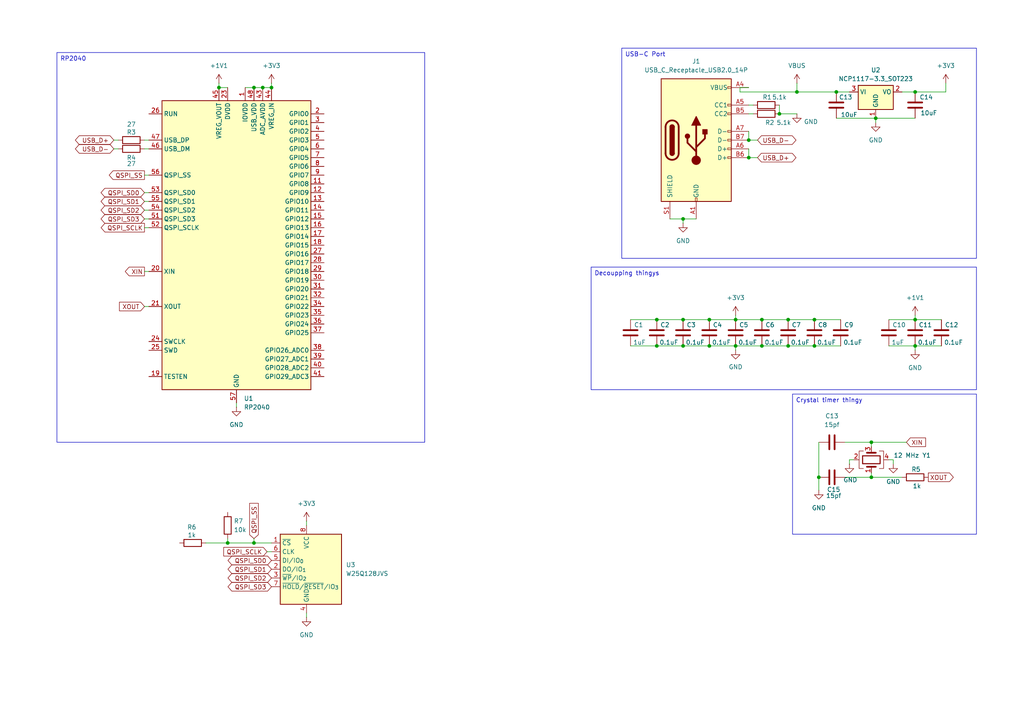
<source format=kicad_sch>
(kicad_sch (version 20250114) (generator "eeschema") (generator_version "9.0")
  (paper "A4")
  (lib_symbols
    (symbol "Connector:USB_C_Receptacle_USB2.0_14P" (pin_names (offset 1.016))
      (property "Reference" "J" (at 0 22.225 0))
      (property "Value" "USB_C_Receptacle_USB2.0_14P" (at 0 19.685 0))
      (symbol "USB_C_Receptacle_USB2.0_14P_0_0"
        (rectangle (start -0.254 -17.78) (end 0.254 -16.764))
        (rectangle (start 10.16 15.494) (end 9.144 14.986))
        (rectangle (start 10.16 10.414) (end 9.144 9.906))
        (rectangle (start 10.16 7.874) (end 9.144 7.366))
        (rectangle (start 10.16 2.794) (end 9.144 2.286))
        (rectangle (start 10.16 0.254) (end 9.144 -0.254))
        (rectangle (start 10.16 -2.286) (end 9.144 -2.794))
        (rectangle (start 10.16 -4.826) (end 9.144 -5.334))
      )
      (symbol "USB_C_Receptacle_USB2.0_14P_0_1"
        (rectangle (start -10.16 17.78) (end 10.16 -17.78) (stroke (width 0.254)) (fill (type background)))
        (polyline (pts (xy -8.89 -3.81) (xy -8.89 3.81)) (stroke (width 0.508)))
        (rectangle (start -7.62 -3.81) (end -6.35 3.81) (stroke (width 0.254)) (fill (type outline)))
        (arc (start -7.62 3.81) (mid -6.985 4.4423) (end -6.35 3.81) (stroke (width 0.254)))
        (arc (start -7.62 3.81) (mid -6.985 4.4423) (end -6.35 3.81) (stroke (width 0.254)) (fill (type outline)))
        (arc (start -8.89 3.81) (mid -6.985 5.7067) (end -5.08 3.81) (stroke (width 0.508)))
        (arc (start -5.08 -3.81) (mid -6.985 -5.7067) (end -8.89 -3.81) (stroke (width 0.508)))
        (arc (start -6.35 -3.81) (mid -6.985 -4.4423) (end -7.62 -3.81) (stroke (width 0.254)))
        (arc (start -6.35 -3.81) (mid -6.985 -4.4423) (end -7.62 -3.81) (stroke (width 0.254)) (fill (type outline)))
        (polyline (pts (xy -5.08 3.81) (xy -5.08 -3.81)) (stroke (width 0.508)))
        (circle (center -2.54 1.143) (radius 0.635) (stroke (width 0.254)) (fill (type outline)))
        (polyline (pts (xy -1.27 4.318) (xy 0 6.858) (xy 1.27 4.318) (xy -1.27 4.318)) (stroke (width 0.254)) (fill (type outline)))
        (polyline (pts (xy 0 -2.032) (xy 2.54 0.508) (xy 2.54 1.778)) (stroke (width 0.508)))
        (polyline (pts (xy 0 -3.302) (xy -2.54 -0.762) (xy -2.54 0.508)) (stroke (width 0.508)))
        (polyline (pts (xy 0 -5.842) (xy 0 4.318)) (stroke (width 0.508)))
        (circle (center 0 -5.842) (radius 1.27) (fill (type outline)))
        (rectangle (start 1.905 1.778) (end 3.175 3.048) (stroke (width 0.254)) (fill (type outline)))
      )
      (symbol "USB_C_Receptacle_USB2.0_14P_1_1"
        (pin passive line (at -7.62 -22.86 90) (length 5.08) (name "SHIELD") (number "S1"))
        (pin passive line (at 0 -22.86 90) (length 5.08) (name "GND") (number "A1"))
        (pin passive line (at 0 -22.86 90) (length 5.08) (hide yes) (name "GND") (number "A12"))
        (pin passive line (at 0 -22.86 90) (length 5.08) (hide yes) (name "GND") (number "B1"))
        (pin passive line (at 0 -22.86 90) (length 5.08) (hide yes) (name "GND") (number "B12"))
        (pin passive line (at 15.24 15.24 180) (length 5.08) (name "VBUS") (number "A4"))
        (pin passive line (at 15.24 15.24 180) (length 5.08) (hide yes) (name "VBUS") (number "A9"))
        (pin passive line (at 15.24 15.24 180) (length 5.08) (hide yes) (name "VBUS") (number "B4"))
        (pin passive line (at 15.24 15.24 180) (length 5.08) (hide yes) (name "VBUS") (number "B9"))
        (pin bidirectional line (at 15.24 10.16 180) (length 5.08) (name "CC1") (number "A5"))
        (pin bidirectional line (at 15.24 7.62 180) (length 5.08) (name "CC2") (number "B5"))
        (pin bidirectional line (at 15.24 2.54 180) (length 5.08) (name "D-") (number "A7"))
        (pin bidirectional line (at 15.24 0 180) (length 5.08) (name "D-") (number "B7"))
        (pin bidirectional line (at 15.24 -2.54 180) (length 5.08) (name "D+") (number "A6"))
        (pin bidirectional line (at 15.24 -5.08 180) (length 5.08) (name "D+") (number "B6"))
      )
    )
    (symbol "Device:C" (pin_numbers (hide yes)) (pin_names (offset 0.254))
      (property "Reference" "C" (at 0.635 2.54 0))
      (property "Value" "C" (at 0.635 -2.54 0))
      (symbol "C_0_1"
        (polyline (pts (xy -2.032 0.762) (xy 2.032 0.762)) (stroke (width 0.508)))
        (polyline (pts (xy -2.032 -0.762) (xy 2.032 -0.762)) (stroke (width 0.508)))
      )
      (symbol "C_1_1"
        (pin passive line (at 0 3.81 270) (length 2.794) (name "~") (number "1"))
        (pin passive line (at 0 -3.81 90) (length 2.794) (name "~") (number "2"))
      )
    )
    (symbol "Device:Crystal_GND24" (pin_names (offset 1.016) (hide yes))
      (property "Reference" "Y" (at 3.175 5.08 0))
      (property "Value" "Crystal_GND24" (at 3.175 3.175 0))
      (symbol "Crystal_GND24_0_1"
        (polyline (pts (xy -2.54 2.286) (xy -2.54 3.556) (xy 2.54 3.556) (xy 2.54 2.286)))
        (polyline (pts (xy -2.54 0) (xy -2.032 0)))
        (polyline (pts (xy -2.54 -2.286) (xy -2.54 -3.556) (xy 2.54 -3.556) (xy 2.54 -2.286)))
        (polyline (pts (xy -2.032 -1.27) (xy -2.032 1.27)) (stroke (width 0.508)))
        (rectangle (start -1.143 2.54) (end 1.143 -2.54) (stroke (width 0.3048)))
        (polyline (pts (xy 0 3.556) (xy 0 3.81)))
        (polyline (pts (xy 0 -3.81) (xy 0 -3.556)))
        (polyline (pts (xy 2.032 0) (xy 2.54 0)))
        (polyline (pts (xy 2.032 -1.27) (xy 2.032 1.27)) (stroke (width 0.508)))
      )
      (symbol "Crystal_GND24_1_1"
        (pin passive line (at -3.81 0 0) (length 1.27) (name "1") (number "1"))
        (pin passive line (at 0 5.08 270) (length 1.27) (name "2") (number "2"))
        (pin passive line (at 0 -5.08 90) (length 1.27) (name "4") (number "4"))
        (pin passive line (at 3.81 0 180) (length 1.27) (name "3") (number "3"))
      )
    )
    (symbol "Device:R" (pin_numbers (hide yes)) (pin_names (offset 0))
      (property "Reference" "R" (at 2.032 0 90))
      (property "Value" "R" (at 0 0 90))
      (symbol "R_0_1"
        (rectangle (start -1.016 -2.54) (end 1.016 2.54) (stroke (width 0.254)))
      )
      (symbol "R_1_1"
        (pin passive line (at 0 3.81 270) (length 1.27) (name "~") (number "1"))
        (pin passive line (at 0 -3.81 90) (length 1.27) (name "~") (number "2"))
      )
    )
    (symbol "MCU_RaspberryPi:RP2040"
      (property "Reference" "U" (at 17.78 45.72 0))
      (property "Value" "RP2040" (at 17.78 43.18 0))
      (symbol "RP2040_0_1"
        (rectangle (start -21.59 41.91) (end 21.59 -41.91) (stroke (width 0.254)) (fill (type background)))
      )
      (symbol "RP2040_1_1"
        (pin input line (at -25.4 38.1 0) (length 3.81) (name "RUN") (number "26"))
        (pin bidirectional line (at -25.4 30.48 0) (length 3.81) (name "USB_DP") (number "47"))
        (pin bidirectional line (at -25.4 27.94 0) (length 3.81) (name "USB_DM") (number "46"))
        (pin bidirectional line (at -25.4 20.32 0) (length 3.81) (name "QSPI_SS") (number "56"))
        (pin bidirectional line (at -25.4 15.24 0) (length 3.81) (name "QSPI_SD0") (number "53"))
        (pin bidirectional line (at -25.4 12.7 0) (length 3.81) (name "QSPI_SD1") (number "55"))
        (pin bidirectional line (at -25.4 10.16 0) (length 3.81) (name "QSPI_SD2") (number "54"))
        (pin bidirectional line (at -25.4 7.62 0) (length 3.81) (name "QSPI_SD3") (number "51"))
        (pin output line (at -25.4 5.08 0) (length 3.81) (name "QSPI_SCLK") (number "52"))
        (pin input line (at -25.4 -7.62 0) (length 3.81) (name "XIN") (number "20"))
        (pin passive line (at -25.4 -17.78 0) (length 3.81) (name "XOUT") (number "21"))
        (pin input line (at -25.4 -27.94 0) (length 3.81) (name "SWCLK") (number "24"))
        (pin bidirectional line (at -25.4 -30.48 0) (length 3.81) (name "SWD") (number "25"))
        (pin input line (at -25.4 -38.1 0) (length 3.81) (name "TESTEN") (number "19"))
        (pin power_out line (at -5.08 45.72 270) (length 3.81) (name "VREG_VOUT") (number "45"))
        (pin power_in line (at -2.54 45.72 270) (length 3.81) (name "DVDD") (number "23"))
        (pin passive line (at -2.54 45.72 270) (length 3.81) (hide yes) (name "DVDD") (number "50"))
        (pin power_in line (at 0 -45.72 90) (length 3.81) (name "GND") (number "57"))
        (pin power_in line (at 2.54 45.72 270) (length 3.81) (name "IOVDD") (number "1"))
        (pin passive line (at 2.54 45.72 270) (length 3.81) (hide yes) (name "IOVDD") (number "10"))
        (pin passive line (at 2.54 45.72 270) (length 3.81) (hide yes) (name "IOVDD") (number "22"))
        (pin passive line (at 2.54 45.72 270) (length 3.81) (hide yes) (name "IOVDD") (number "33"))
        (pin passive line (at 2.54 45.72 270) (length 3.81) (hide yes) (name "IOVDD") (number "42"))
        (pin passive line (at 2.54 45.72 270) (length 3.81) (hide yes) (name "IOVDD") (number "49"))
        (pin power_in line (at 5.08 45.72 270) (length 3.81) (name "USB_VDD") (number "48"))
        (pin power_in line (at 7.62 45.72 270) (length 3.81) (name "ADC_AVDD") (number "43"))
        (pin power_in line (at 10.16 45.72 270) (length 3.81) (name "VREG_IN") (number "44"))
        (pin bidirectional line (at 25.4 38.1 180) (length 3.81) (name "GPIO0") (number "2"))
        (pin bidirectional line (at 25.4 35.56 180) (length 3.81) (name "GPIO1") (number "3"))
        (pin bidirectional line (at 25.4 33.02 180) (length 3.81) (name "GPIO2") (number "4"))
        (pin bidirectional line (at 25.4 30.48 180) (length 3.81) (name "GPIO3") (number "5"))
        (pin bidirectional line (at 25.4 27.94 180) (length 3.81) (name "GPIO4") (number "6"))
        (pin bidirectional line (at 25.4 25.4 180) (length 3.81) (name "GPIO5") (number "7"))
        (pin bidirectional line (at 25.4 22.86 180) (length 3.81) (name "GPIO6") (number "8"))
        (pin bidirectional line (at 25.4 20.32 180) (length 3.81) (name "GPIO7") (number "9"))
        (pin bidirectional line (at 25.4 17.78 180) (length 3.81) (name "GPIO8") (number "11"))
        (pin bidirectional line (at 25.4 15.24 180) (length 3.81) (name "GPIO9") (number "12"))
        (pin bidirectional line (at 25.4 12.7 180) (length 3.81) (name "GPIO10") (number "13"))
        (pin bidirectional line (at 25.4 10.16 180) (length 3.81) (name "GPIO11") (number "14"))
        (pin bidirectional line (at 25.4 7.62 180) (length 3.81) (name "GPIO12") (number "15"))
        (pin bidirectional line (at 25.4 5.08 180) (length 3.81) (name "GPIO13") (number "16"))
        (pin bidirectional line (at 25.4 2.54 180) (length 3.81) (name "GPIO14") (number "17"))
        (pin bidirectional line (at 25.4 0 180) (length 3.81) (name "GPIO15") (number "18"))
        (pin bidirectional line (at 25.4 -2.54 180) (length 3.81) (name "GPIO16") (number "27"))
        (pin bidirectional line (at 25.4 -5.08 180) (length 3.81) (name "GPIO17") (number "28"))
        (pin bidirectional line (at 25.4 -7.62 180) (length 3.81) (name "GPIO18") (number "29"))
        (pin bidirectional line (at 25.4 -10.16 180) (length 3.81) (name "GPIO19") (number "30"))
        (pin bidirectional line (at 25.4 -12.7 180) (length 3.81) (name "GPIO20") (number "31"))
        (pin bidirectional line (at 25.4 -15.24 180) (length 3.81) (name "GPIO21") (number "32"))
        (pin bidirectional line (at 25.4 -17.78 180) (length 3.81) (name "GPIO22") (number "34"))
        (pin bidirectional line (at 25.4 -20.32 180) (length 3.81) (name "GPIO23") (number "35"))
        (pin bidirectional line (at 25.4 -22.86 180) (length 3.81) (name "GPIO24") (number "36"))
        (pin bidirectional line (at 25.4 -25.4 180) (length 3.81) (name "GPIO25") (number "37"))
        (pin bidirectional line (at 25.4 -30.48 180) (length 3.81) (name "GPIO26_ADC0") (number "38"))
        (pin bidirectional line (at 25.4 -33.02 180) (length 3.81) (name "GPIO27_ADC1") (number "39"))
        (pin bidirectional line (at 25.4 -35.56 180) (length 3.81) (name "GPIO28_ADC2") (number "40"))
        (pin bidirectional line (at 25.4 -38.1 180) (length 3.81) (name "GPIO29_ADC3") (number "41"))
      )
    )
    (symbol "Memory_Flash:W25Q128JVS"
      (property "Reference" "U" (at -6.35 11.43 0))
      (property "Value" "W25Q128JVS" (at 7.62 11.43 0))
      (symbol "W25Q128JVS_0_1"
        (rectangle (start -7.62 10.16) (end 10.16 -10.16) (stroke (width 0.254)) (fill (type background)))
      )
      (symbol "W25Q128JVS_1_1"
        (pin input line (at -10.16 7.62 0) (length 2.54) (name "~{CS}") (number "1"))
        (pin input line (at -10.16 5.08 0) (length 2.54) (name "CLK") (number "6"))
        (pin bidirectional line (at -10.16 2.54 0) (length 2.54) (name "DI/IO_{0}") (number "5"))
        (pin bidirectional line (at -10.16 0 0) (length 2.54) (name "DO/IO_{1}") (number "2"))
        (pin bidirectional line (at -10.16 -2.54 0) (length 2.54) (name "~{WP}/IO_{2}") (number "3"))
        (pin bidirectional line (at -10.16 -5.08 0) (length 2.54) (name "~{HOLD}/~{RESET}/IO_{3}") (number "7"))
        (pin power_in line (at 0 12.7 270) (length 2.54) (name "VCC") (number "8"))
        (pin power_in line (at 0 -12.7 90) (length 2.54) (name "GND") (number "4"))
      )
    )
    (symbol "Regulator_Linear:NCP1117-3.3_SOT223"
      (property "Reference" "U" (at -3.81 3.175 0))
      (property "Value" "NCP1117-3.3_SOT223" (at 0 3.175 0))
      (symbol "NCP1117-3.3_SOT223_0_1"
        (rectangle (start -5.08 -5.08) (end 5.08 1.905) (stroke (width 0.254)) (fill (type background)))
      )
      (symbol "NCP1117-3.3_SOT223_1_1"
        (pin power_in line (at -7.62 0 0) (length 2.54) (name "VI") (number "3"))
        (pin power_in line (at 0 -7.62 90) (length 2.54) (name "GND") (number "1"))
        (pin power_out line (at 7.62 0 180) (length 2.54) (name "VO") (number "2"))
      )
    )
    (symbol "power:+1V1" (power) (pin_numbers (hide yes)) (pin_names (offset 0) (hide yes))
      (property "Value" "+1V1" (at 0 3.556 0))
      (symbol "+1V1_0_1"
        (polyline (pts (xy -0.762 1.27) (xy 0 2.54)))
        (polyline (pts (xy 0 2.54) (xy 0.762 1.27)))
        (polyline (pts (xy 0 0) (xy 0 2.54)))
      )
      (symbol "+1V1_1_1"
        (pin power_in line (at 0 0 90) (length 0) (name "~") (number "1"))
      )
    )
    (symbol "power:+3V3" (power) (pin_numbers (hide yes)) (pin_names (offset 0) (hide yes))
      (property "Value" "+3V3" (at 0 3.556 0))
      (symbol "+3V3_0_1"
        (polyline (pts (xy -0.762 1.27) (xy 0 2.54)))
        (polyline (pts (xy 0 2.54) (xy 0.762 1.27)))
        (polyline (pts (xy 0 0) (xy 0 2.54)))
      )
      (symbol "+3V3_1_1"
        (pin power_in line (at 0 0 90) (length 0) (name "~") (number "1"))
      )
    )
    (symbol "power:GND" (power) (pin_numbers (hide yes)) (pin_names (offset 0) (hide yes))
      (property "Value" "GND" (at 0 -3.81 0))
      (symbol "GND_0_1"
        (polyline (pts (xy 0 0) (xy 0 -1.27) (xy 1.27 -1.27) (xy 0 -2.54) (xy -1.27 -1.27) (xy 0 -1.27)))
      )
      (symbol "GND_1_1"
        (pin power_in line (at 0 0 270) (length 0) (name "~") (number "1"))
      )
    )
    (symbol "power:VBUS" (power) (pin_numbers (hide yes)) (pin_names (offset 0) (hide yes))
      (property "Value" "VBUS" (at 0 3.556 0))
      (symbol "VBUS_0_1"
        (polyline (pts (xy -0.762 1.27) (xy 0 2.54)))
        (polyline (pts (xy 0 2.54) (xy 0.762 1.27)))
        (polyline (pts (xy 0 0) (xy 0 2.54)))
      )
      (symbol "VBUS_1_1"
        (pin power_in line (at 0 0 90) (length 0) (name "~") (number "1"))
      )
    )
  )
  (text_box "RP2040" (at 16.51 15.24 0) (size 106.68 113.03) (margins 0.9525 0.9525 0.9525 0.9525) (effects (font (size 1.27 1.27)) (justify left top)))
  (text_box "USB-C Port" (at 180.34 13.97 0) (size 102.87 60.96) (margins 0.9525 0.9525 0.9525 0.9525) (effects (font (size 1.27 1.27)) (justify left top)))
  (text_box "Crystal timer thingy" (at 229.87 114.3 0) (size 53.34 40.64) (margins 0.9525 0.9525 0.9525 0.9525) (effects (font (size 1.27 1.27)) (justify left top)))
  (text_box "Decoupping thingys" (at 171.45 77.47 0) (size 111.76 35.56) (margins 0.9525 0.9525 0.9525 0.9525) (effects (font (size 1.27 1.27)) (justify left top)))
  (junction (at 198.12 100.33))
  (junction (at 220.98 92.71))
  (junction (at 205.74 100.33))
  (junction (at 190.5 100.33))
  (junction (at 236.22 100.33))
  (junction (at 217.17 45.72))
  (junction (at 228.6 92.71))
  (junction (at 78.74 25.4))
  (junction (at 73.66 157.48))
  (junction (at 226.06 33.02))
  (junction (at 252.73 128.27))
  (junction (at 265.43 100.33))
  (junction (at 76.2 25.4))
  (junction (at 231.14 26.67))
  (junction (at 190.5 92.71))
  (junction (at 254 34.29))
  (junction (at 217.17 40.64))
  (junction (at 265.43 26.67))
  (junction (at 198.12 63.5))
  (junction (at 63.5 25.4))
  (junction (at 73.66 25.4))
  (junction (at 213.36 92.71))
  (junction (at 228.6 100.33))
  (junction (at 213.36 100.33))
  (junction (at 220.98 100.33))
  (junction (at 66.04 157.48))
  (junction (at 205.74 92.71))
  (junction (at 236.22 92.71))
  (junction (at 252.73 138.43))
  (junction (at 242.57 26.67))
  (junction (at 198.12 92.71))
  (junction (at 265.43 92.71))
  (junction (at 237.49 138.43))
  (wire (pts (xy 217.17 45.72) (xy 219.71 45.72)))
  (wire (pts (xy 265.43 91.44) (xy 265.43 92.71)))
  (wire (pts (xy 88.9 177.8) (xy 88.9 179.07)))
  (wire (pts (xy 252.73 138.43) (xy 252.73 137.16)))
  (wire (pts (xy 237.49 138.43) (xy 237.49 142.24)))
  (wire (pts (xy 246.38 133.35) (xy 246.38 134.62)))
  (wire (pts (xy 265.43 26.67) (xy 274.32 26.67)))
  (wire (pts (xy 245.11 128.27) (xy 252.73 128.27)))
  (wire (pts (xy 41.91 78.74) (xy 43.18 78.74)))
  (wire (pts (xy 217.17 38.1) (xy 217.17 40.64)))
  (wire (pts (xy 265.43 101.6) (xy 265.43 100.33)))
  (wire (pts (xy 213.36 91.44) (xy 213.36 92.71)))
  (wire (pts (xy 68.58 118.11) (xy 68.58 116.84)))
  (wire (pts (xy 63.5 25.4) (xy 66.04 25.4)))
  (wire (pts (xy 78.74 24.13) (xy 78.74 25.4)))
  (wire (pts (xy 73.66 157.48) (xy 78.74 157.48)))
  (wire (pts (xy 41.91 63.5) (xy 43.18 63.5)))
  (wire (pts (xy 213.36 92.71) (xy 220.98 92.71)))
  (wire (pts (xy 41.91 55.88) (xy 43.18 55.88)))
  (wire (pts (xy 63.5 24.13) (xy 63.5 25.4)))
  (wire (pts (xy 190.5 100.33) (xy 198.12 100.33)))
  (wire (pts (xy 41.91 58.42) (xy 43.18 58.42)))
  (wire (pts (xy 220.98 100.33) (xy 228.6 100.33)))
  (wire (pts (xy 41.91 40.64) (xy 43.18 40.64)))
  (wire (pts (xy 66.04 157.48) (xy 73.66 157.48)))
  (wire (pts (xy 41.91 66.04) (xy 43.18 66.04)))
  (wire (pts (xy 213.36 100.33) (xy 220.98 100.33)))
  (wire (pts (xy 247.65 133.35) (xy 246.38 133.35)))
  (wire (pts (xy 231.14 26.67) (xy 242.57 26.67)))
  (wire (pts (xy 274.32 24.13) (xy 274.32 26.67)))
  (wire (pts (xy 254 35.56) (xy 254 34.29)))
  (wire (pts (xy 228.6 100.33) (xy 236.22 100.33)))
  (wire (pts (xy 245.11 138.43) (xy 252.73 138.43)))
  (wire (pts (xy 226.06 30.48) (xy 226.06 33.02)))
  (wire (pts (xy 265.43 100.33) (xy 273.05 100.33)))
  (wire (pts (xy 214.63 25.4) (xy 214.63 26.67)))
  (wire (pts (xy 41.91 50.8) (xy 43.18 50.8)))
  (wire (pts (xy 182.88 100.33) (xy 190.5 100.33)))
  (wire (pts (xy 190.5 92.71) (xy 198.12 92.71)))
  (wire (pts (xy 231.14 24.13) (xy 231.14 26.67)))
  (wire (pts (xy 218.44 30.48) (xy 217.17 30.48)))
  (wire (pts (xy 265.43 92.71) (xy 273.05 92.71)))
  (wire (pts (xy 41.91 88.9) (xy 43.18 88.9)))
  (wire (pts (xy 41.91 43.18) (xy 43.18 43.18)))
  (wire (pts (xy 198.12 100.33) (xy 205.74 100.33)))
  (wire (pts (xy 236.22 100.33) (xy 243.84 100.33)))
  (wire (pts (xy 76.2 25.4) (xy 78.74 25.4)))
  (wire (pts (xy 198.12 63.5) (xy 201.93 63.5)))
  (wire (pts (xy 237.49 128.27) (xy 237.49 138.43)))
  (wire (pts (xy 257.81 92.71) (xy 265.43 92.71)))
  (wire (pts (xy 198.12 63.5) (xy 198.12 64.77)))
  (wire (pts (xy 220.98 92.71) (xy 228.6 92.71)))
  (wire (pts (xy 217.17 25.4) (xy 214.63 25.4)))
  (wire (pts (xy 252.73 138.43) (xy 261.62 138.43)))
  (wire (pts (xy 213.36 101.6) (xy 213.36 100.33)))
  (wire (pts (xy 257.81 100.33) (xy 265.43 100.33)))
  (wire (pts (xy 261.62 26.67) (xy 265.43 26.67)))
  (wire (pts (xy 217.17 40.64) (xy 219.71 40.64)))
  (wire (pts (xy 254 34.29) (xy 265.43 34.29)))
  (wire (pts (xy 242.57 34.29) (xy 254 34.29)))
  (wire (pts (xy 182.88 92.71) (xy 190.5 92.71)))
  (wire (pts (xy 252.73 128.27) (xy 262.89 128.27)))
  (wire (pts (xy 218.44 33.02) (xy 217.17 33.02)))
  (wire (pts (xy 214.63 26.67) (xy 231.14 26.67)))
  (wire (pts (xy 33.02 43.18) (xy 34.29 43.18)))
  (wire (pts (xy 252.73 128.27) (xy 252.73 129.54)))
  (wire (pts (xy 33.02 40.64) (xy 34.29 40.64)))
  (wire (pts (xy 194.31 63.5) (xy 198.12 63.5)))
  (wire (pts (xy 236.22 92.71) (xy 243.84 92.71)))
  (wire (pts (xy 73.66 25.4) (xy 76.2 25.4)))
  (wire (pts (xy 217.17 43.18) (xy 217.17 45.72)))
  (wire (pts (xy 88.9 151.13) (xy 88.9 152.4)))
  (wire (pts (xy 257.81 133.35) (xy 259.08 133.35)))
  (wire (pts (xy 66.04 156.21) (xy 66.04 157.48)))
  (wire (pts (xy 77.47 160.02) (xy 78.74 160.02)))
  (wire (pts (xy 226.06 33.02) (xy 231.14 33.02)))
  (wire (pts (xy 205.74 100.33) (xy 213.36 100.33)))
  (wire (pts (xy 242.57 26.67) (xy 246.38 26.67)))
  (wire (pts (xy 71.12 25.4) (xy 73.66 25.4)))
  (wire (pts (xy 205.74 92.71) (xy 213.36 92.71)))
  (wire (pts (xy 198.12 92.71) (xy 205.74 92.71)))
  (wire (pts (xy 41.91 60.96) (xy 43.18 60.96)))
  (wire (pts (xy 59.69 157.48) (xy 66.04 157.48)))
  (wire (pts (xy 228.6 92.71) (xy 236.22 92.71)))
  (wire (pts (xy 73.66 156.21) (xy 73.66 157.48)))
  (wire (pts (xy 259.08 133.35) (xy 259.08 134.62)))
  (global_label "XOUT" (shape output) (at 269.24 138.43 0) (property "Intersheetrefs" "${INTERSHEET_REFS}" (effects (hide yes))))
  (global_label "USB_D-" (shape bidirectional) (at 219.71 40.64 0) (property "Intersheetrefs" "${INTERSHEET_REFS}" (effects (hide yes))))
  (global_label "QSPI_SCLK" (shape output) (at 41.91 66.04 180) (property "Intersheetrefs" "${INTERSHEET_REFS}" (effects (hide yes))))
  (global_label "QSPI_SD0" (shape bidirectional) (at 78.74 162.56 180) (property "Intersheetrefs" "${INTERSHEET_REFS}" (effects (hide yes))))
  (global_label "USB_D+" (shape bidirectional) (at 33.02 40.64 180) (property "Intersheetrefs" "${INTERSHEET_REFS}" (effects (hide yes))))
  (global_label "QSPI_SD2" (shape bidirectional) (at 41.91 60.96 180) (property "Intersheetrefs" "${INTERSHEET_REFS}" (effects (hide yes))))
  (global_label "QSPI_SD1" (shape bidirectional) (at 78.74 165.1 180) (property "Intersheetrefs" "${INTERSHEET_REFS}" (effects (hide yes))))
  (global_label "QSPI_SD0" (shape bidirectional) (at 41.91 55.88 180) (property "Intersheetrefs" "${INTERSHEET_REFS}" (effects (hide yes))))
  (global_label "XIN" (shape input) (at 262.89 128.27 0) (property "Intersheetrefs" "${INTERSHEET_REFS}" (effects (hide yes))))
  (global_label "QSPI_SD2" (shape bidirectional) (at 78.74 167.64 180) (property "Intersheetrefs" "${INTERSHEET_REFS}" (effects (hide yes))))
  (global_label "USB_D+" (shape bidirectional) (at 219.71 45.72 0) (property "Intersheetrefs" "${INTERSHEET_REFS}" (effects (hide yes))))
  (global_label "QSPI_SD1" (shape bidirectional) (at 41.91 58.42 180) (property "Intersheetrefs" "${INTERSHEET_REFS}" (effects (hide yes))))
  (global_label "XOUT" (shape input) (at 41.91 88.9 180) (property "Intersheetrefs" "${INTERSHEET_REFS}" (effects (hide yes))))
  (global_label "QSPI_SCLK" (shape input) (at 77.47 160.02 180) (property "Intersheetrefs" "${INTERSHEET_REFS}" (effects (hide yes))))
  (global_label "XIN" (shape output) (at 41.91 78.74 180) (property "Intersheetrefs" "${INTERSHEET_REFS}" (effects (hide yes))))
  (global_label "QSPI_SD3" (shape bidirectional) (at 41.91 63.5 180) (property "Intersheetrefs" "${INTERSHEET_REFS}" (effects (hide yes))))
  (global_label "QSPI_SS" (shape input) (at 73.66 156.21 90) (property "Intersheetrefs" "${INTERSHEET_REFS}" (effects (hide yes))))
  (global_label "QSPI_SD3" (shape bidirectional) (at 78.74 170.18 180) (property "Intersheetrefs" "${INTERSHEET_REFS}" (effects (hide yes))))
  (global_label "QSPI_SS" (shape output) (at 41.91 50.8 180) (property "Intersheetrefs" "${INTERSHEET_REFS}" (effects (hide yes))))
  (global_label "USB_D-" (shape bidirectional) (at 33.02 43.18 180) (property "Intersheetrefs" "${INTERSHEET_REFS}" (effects (hide yes))))
  (symbol (lib_id "Device:C") (at 205.74 96.52 0) (unit 1)
    (property "Reference" "C4" (at 206.756 94.234 0) (effects (justify left)))
    (property "Value" "0.1uF" (at 206.502 99.314 0) (effects (justify left)))
    (property "Description" "Unpolarized capacitor" (effects (hide yes)))
  )
  (symbol (lib_id "Device:C") (at 228.6 96.52 0) (unit 1)
    (property "Reference" "C7" (at 229.616 94.234 0) (effects (justify left)))
    (property "Value" "0.1uF" (at 229.362 99.314 0) (effects (justify left)))
    (property "Description" "Unpolarized capacitor" (effects (hide yes)))
  )
  (symbol (lib_id "power:GND") (at 68.58 118.11 0) (unit 1)
    (property "Reference" "#PWR07" (effects (hide yes)))
    (property "Value" "GND" (at 68.58 123.19 0))
    (property "Description" "Power symbol creates a global label with name \"GND\" , ground" (effects (hide yes)))
  )
  (symbol (lib_id "power:GND") (at 259.08 134.62 0) (unit 1)
    (property "Reference" "#PWR015" (effects (hide yes)))
    (property "Value" "GND" (at 259.08 139.7 0))
    (property "Description" "Power symbol creates a global label with name \"GND\" , ground" (effects (hide yes)))
  )
  (symbol (lib_id "power:GND") (at 246.38 134.62 0) (unit 1)
    (property "Reference" "#PWR013" (effects (hide yes)))
    (property "Value" "GND" (at 246.634 139.192 0))
    (property "Description" "Power symbol creates a global label with name \"GND\" , ground" (effects (hide yes)))
  )
  (symbol (lib_id "Device:C") (at 241.3 138.43 90) (unit 1)
    (property "Reference" "C15" (at 241.808 141.986 90))
    (property "Value" "15pf" (at 241.808 143.764 90))
    (property "Description" "Unpolarized capacitor" (effects (hide yes)))
  )
  (symbol (lib_id "power:VBUS") (at 231.14 24.13 0) (unit 1)
    (property "Reference" "#PWR012" (effects (hide yes)))
    (property "Value" "VBUS" (at 231.14 19.05 0))
    (property "Description" "Power symbol creates a global label with name \"VBUS\"" (effects (hide yes)))
  )
  (symbol (lib_id "Device:C") (at 265.43 96.52 0) (unit 1)
    (property "Reference" "C11" (at 266.446 94.234 0) (effects (justify left)))
    (property "Value" "0.1uF" (at 266.192 99.314 0) (effects (justify left)))
    (property "Description" "Unpolarized capacitor" (effects (hide yes)))
  )
  (symbol (lib_id "power:+3V3") (at 213.36 91.44 0) (unit 1)
    (property "Reference" "#PWR03" (effects (hide yes)))
    (property "Value" "+3V3" (at 213.36 86.36 0))
    (property "Description" "Power symbol creates a global label with name \"+3V3\"" (effects (hide yes)))
  )
  (symbol (lib_id "Device:C") (at 241.3 128.27 90) (unit 1)
    (property "Reference" "C13" (at 241.3 120.65 90))
    (property "Value" "15pf" (at 241.3 123.19 90))
    (property "Description" "Unpolarized capacitor" (effects (hide yes)))
  )
  (symbol (lib_id "Device:C") (at 257.81 96.52 0) (unit 1)
    (property "Reference" "C10" (at 258.826 94.234 0) (effects (justify left)))
    (property "Value" "1uF" (at 258.572 99.314 0) (effects (justify left)))
    (property "Description" "Unpolarized capacitor" (effects (hide yes)))
  )
  (symbol (lib_id "Device:R") (at 38.1 40.64 90) (unit 1)
    (property "Reference" "R3" (at 38.1 38.354 90))
    (property "Value" "27" (at 38.1 36.068 90))
    (property "Description" "Resistor" (effects (hide yes)))
  )
  (symbol (lib_id "Device:C") (at 213.36 96.52 0) (unit 1)
    (property "Reference" "C5" (at 214.376 94.234 0) (effects (justify left)))
    (property "Value" "0.1uF" (at 214.122 99.314 0) (effects (justify left)))
    (property "Description" "Unpolarized capacitor" (effects (hide yes)))
  )
  (symbol (lib_id "power:+3V3") (at 78.74 24.13 0) (unit 1)
    (property "Reference" "#PWR02" (effects (hide yes)))
    (property "Value" "+3V3" (at 78.74 19.05 0))
    (property "Description" "Power symbol creates a global label with name \"+3V3\"" (effects (hide yes)))
  )
  (symbol (lib_id "Device:C") (at 220.98 96.52 0) (unit 1)
    (property "Reference" "C6" (at 221.996 94.234 0) (effects (justify left)))
    (property "Value" "0.1uF" (at 221.742 99.314 0) (effects (justify left)))
    (property "Description" "Unpolarized capacitor" (effects (hide yes)))
  )
  (symbol (lib_id "Device:R") (at 265.43 138.43 90) (unit 1)
    (property "Reference" "R5" (at 265.684 136.144 90))
    (property "Value" "1k" (at 265.938 140.97 90))
    (property "Description" "Resistor" (effects (hide yes)))
  )
  (symbol (lib_id "power:GND") (at 198.12 64.77 0) (unit 1)
    (property "Reference" "#PWR08" (effects (hide yes)))
    (property "Value" "GND" (at 198.12 69.85 0))
    (property "Description" "Power symbol creates a global label with name \"GND\" , ground" (effects (hide yes)))
  )
  (symbol (lib_id "Device:C") (at 273.05 96.52 0) (unit 1)
    (property "Reference" "C12" (at 274.066 94.234 0) (effects (justify left)))
    (property "Value" "0.1uF" (at 273.812 99.314 0) (effects (justify left)))
    (property "Description" "Unpolarized capacitor" (effects (hide yes)))
  )
  (symbol (lib_id "Device:C") (at 243.84 96.52 0) (unit 1)
    (property "Reference" "C9" (at 244.856 94.234 0) (effects (justify left)))
    (property "Value" "0.1uF" (at 244.602 99.314 0) (effects (justify left)))
    (property "Description" "Unpolarized capacitor" (effects (hide yes)))
  )
  (symbol (lib_id "Device:C") (at 236.22 96.52 0) (unit 1)
    (property "Reference" "C8" (at 237.236 94.234 0) (effects (justify left)))
    (property "Value" "0.1uF" (at 236.982 99.314 0) (effects (justify left)))
    (property "Description" "Unpolarized capacitor" (effects (hide yes)))
  )
  (symbol (lib_id "Device:C") (at 265.43 30.48 0) (unit 1)
    (property "Reference" "C14" (at 266.7 28.194 0) (effects (justify left)))
    (property "Value" "10uF" (at 266.954 32.766 0) (effects (justify left)))
    (property "Description" "Unpolarized capacitor" (effects (hide yes)))
  )
  (symbol (lib_id "power:GND") (at 237.49 142.24 0) (unit 1)
    (property "Reference" "#PWR014" (effects (hide yes)))
    (property "Value" "GND" (at 237.49 147.32 0))
    (property "Description" "Power symbol creates a global label with name \"GND\" , ground" (effects (hide yes)))
  )
  (symbol (lib_id "Device:Crystal_GND24") (at 252.73 133.35 90) (unit 1)
    (property "Reference" "Y1" (at 268.732 132.08 90))
    (property "Value" "12 MHz" (at 262.89 132.08 90))
    (property "Description" "Four pin crystal, GND on pins 2 and 4" (effects (hide yes)))
  )
  (symbol (lib_id "power:GND") (at 213.36 101.6 0) (unit 1)
    (property "Reference" "#PWR04" (effects (hide yes)))
    (property "Value" "GND" (at 213.36 106.426 0))
    (property "Description" "Power symbol creates a global label with name \"GND\" , ground" (effects (hide yes)))
  )
  (symbol (lib_id "Device:R") (at 66.04 152.4 0) (unit 1)
    (property "Reference" "R7" (at 67.818 151.13 0) (effects (justify left)))
    (property "Value" "10k" (at 67.818 153.67 0) (effects (justify left)))
    (property "Description" "Resistor" (effects (hide yes)))
  )
  (symbol (lib_id "power:GND") (at 231.14 33.02 0) (unit 1)
    (property "Reference" "#PWR09" (effects (hide yes)))
    (property "Value" "GND" (at 235.204 35.306 0))
    (property "Description" "Power symbol creates a global label with name \"GND\" , ground" (effects (hide yes)))
  )
  (symbol (lib_id "Memory_Flash:W25Q128JVS") (at 88.9 165.1 0) (unit 1)
    (property "Reference" "U3" (at 100.33 163.8299 0) (effects (justify left)))
    (property "Value" "W25Q128JVS" (at 100.33 166.3699 0) (effects (justify left)))
    (property "Footprint" "Package_SO:SOIC-8_5.3x5.3mm_P1.27mm" (effects (hide yes)))
    (property "Datasheet" "https://www.winbond.com/resource-files/w25q128jv_dtr%20revc%2003272018%20plus.pdf" (effects (hide yes)))
    (property "Description" "128Mbit / 16MiB Serial Flash Memory, Standard/Dual/Quad SPI, 2.7-3.6V, SOIC-8" (effects (hide yes)))
  )
  (symbol (lib_id "power:GND") (at 254 35.56 0) (unit 1)
    (property "Reference" "#PWR010" (effects (hide yes)))
    (property "Value" "GND" (at 254 40.64 0))
    (property "Description" "Power symbol creates a global label with name \"GND\" , ground" (effects (hide yes)))
  )
  (symbol (lib_id "Connector:USB_C_Receptacle_USB2.0_14P") (at 201.93 40.64 0) (unit 1)
    (property "Reference" "J1" (at 201.93 17.78 0))
    (property "Value" "USB_C_Receptacle_USB2.0_14P" (at 201.93 20.32 0))
    (property "Datasheet" "https://www.usb.org/sites/default/files/documents/usb_type-c.zip" (effects (hide yes)))
    (property "Description" "USB 2.0-only 14P Type-C Receptacle connector" (effects (hide yes)))
  )
  (symbol (lib_id "power:GND") (at 88.9 179.07 0) (unit 1)
    (property "Reference" "#PWR016" (effects (hide yes)))
    (property "Value" "GND" (at 88.9 184.15 0))
    (property "Description" "Power symbol creates a global label with name \"GND\" , ground" (effects (hide yes)))
  )
  (symbol (lib_id "power:+1V1") (at 265.43 91.44 0) (unit 1)
    (property "Reference" "#PWR06" (effects (hide yes)))
    (property "Value" "+1V1" (at 265.43 86.36 0))
    (property "Description" "Power symbol creates a global label with name \"+1V1\"" (effects (hide yes)))
  )
  (symbol (lib_id "Device:C") (at 198.12 96.52 0) (unit 1)
    (property "Reference" "C3" (at 199.136 94.234 0) (effects (justify left)))
    (property "Value" "0.1uF" (at 198.882 99.314 0) (effects (justify left)))
    (property "Description" "Unpolarized capacitor" (effects (hide yes)))
  )
  (symbol (lib_id "Device:R") (at 222.25 30.48 270) (unit 1)
    (property "Reference" "R1" (at 222.504 28.194 90))
    (property "Value" "5.1k" (at 226.06 28.194 90))
    (property "Description" "Resistor" (effects (hide yes)))
  )
  (symbol (lib_id "power:+3V3") (at 274.32 24.13 0) (unit 1)
    (property "Reference" "#PWR011" (effects (hide yes)))
    (property "Value" "+3V3" (at 274.32 19.05 0))
    (property "Description" "Power symbol creates a global label with name \"+3V3\"" (effects (hide yes)))
  )
  (symbol (lib_id "Device:C") (at 242.57 30.48 0) (unit 1)
    (property "Reference" "10uF" (at 243.84 33.274 0) (effects (justify left)))
    (property "Value" "C13" (at 243.332 28.194 0) (effects (justify left)))
    (property "Description" "Unpolarized capacitor" (effects (hide yes)))
  )
  (symbol (lib_id "power:+1V1") (at 63.5 24.13 0) (unit 1)
    (property "Reference" "#PWR01" (effects (hide yes)))
    (property "Value" "+1V1" (at 63.5 19.05 0))
    (property "Description" "Power symbol creates a global label with name \"+1V1\"" (effects (hide yes)))
  )
  (symbol (lib_id "power:GND") (at 265.43 101.6 0) (unit 1)
    (property "Reference" "#PWR05" (effects (hide yes)))
    (property "Value" "GND" (at 265.43 106.68 0))
    (property "Description" "Power symbol creates a global label with name \"GND\" , ground" (effects (hide yes)))
  )
  (symbol (lib_id "Device:R") (at 55.88 157.48 90) (unit 1)
    (property "Reference" "R6" (at 55.626 152.908 90))
    (property "Value" "1k" (at 55.626 155.194 90))
    (property "Description" "Resistor" (effects (hide yes)))
  )
  (symbol (lib_id "Device:C") (at 182.88 96.52 0) (unit 1)
    (property "Reference" "C1" (at 183.896 94.234 0) (effects (justify left)))
    (property "Value" "1uF" (at 183.642 99.314 0) (effects (justify left)))
    (property "Description" "Unpolarized capacitor" (effects (hide yes)))
  )
  (symbol (lib_id "Device:R") (at 38.1 43.18 90) (unit 1)
    (property "Reference" "R4" (at 38.1 45.72 90))
    (property "Value" "27" (at 38.1 47.498 90))
    (property "Description" "Resistor" (effects (hide yes)))
  )
  (symbol (lib_id "Regulator_Linear:NCP1117-3.3_SOT223") (at 254 26.67 0) (unit 1)
    (property "Reference" "U2" (at 254 20.32 0))
    (property "Value" "NCP1117-3.3_SOT223" (at 254 22.86 0))
    (property "Footprint" "Package_TO_SOT_SMD:SOT-223-3_TabPin2" (effects (hide yes)))
    (property "Datasheet" "http://www.onsemi.com/pub_link/Collateral/NCP1117-D.PDF" (effects (hide yes)))
    (property "Description" "1A Low drop-out regulator, Fixed Output 3.3V, SOT-223" (effects (hide yes)))
  )
  (symbol (lib_id "MCU_RaspberryPi:RP2040") (at 68.58 71.12 0) (unit 1)
    (property "Reference" "U1" (at 70.7233 115.57 0) (effects (justify left)))
    (property "Value" "RP2040" (at 70.7233 118.11 0) (effects (justify left)))
    (property "Footprint" "Package_DFN_QFN:QFN-56-1EP_7x7mm_P0.4mm_EP3.2x3.2mm" (effects (hide yes)))
    (property "Datasheet" "https://datasheets.raspberrypi.com/rp2040/rp2040-datasheet.pdf" (effects (hide yes)))
    (property "Description" "A microcontroller by Raspberry Pi" (effects (hide yes)))
  )
  (symbol (lib_id "power:+3V3") (at 88.9 151.13 0) (unit 1)
    (property "Reference" "#PWR017" (effects (hide yes)))
    (property "Value" "+3V3" (at 88.9 146.05 0))
    (property "Description" "Power symbol creates a global label with name \"+3V3\"" (effects (hide yes)))
  )
  (symbol (lib_id "Device:R") (at 222.25 33.02 90) (unit 1)
    (property "Reference" "R2" (at 223.266 35.56 90))
    (property "Value" "5.1k" (at 227.33 35.56 90))
    (property "Description" "Resistor" (effects (hide yes)))
  )
  (symbol (lib_id "Device:C") (at 190.5 96.52 0) (unit 1)
    (property "Reference" "C2" (at 191.516 94.234 0) (effects (justify left)))
    (property "Value" "0.1uF" (at 191.262 99.314 0) (effects (justify left)))
    (property "Description" "Unpolarized capacitor" (effects (hide yes)))
  )
)
</source>
